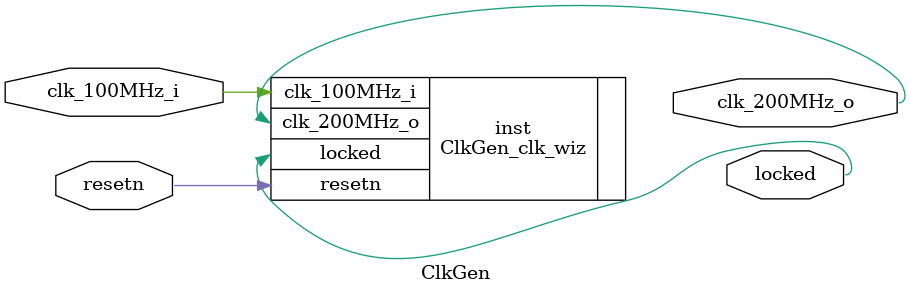
<source format=v>


`timescale 1ps/1ps

(* CORE_GENERATION_INFO = "ClkGen,clk_wiz_v6_0_1_0_0,{component_name=ClkGen,use_phase_alignment=true,use_min_o_jitter=false,use_max_i_jitter=false,use_dyn_phase_shift=false,use_inclk_switchover=false,use_dyn_reconfig=false,enable_axi=0,feedback_source=FDBK_AUTO,PRIMITIVE=MMCM,num_out_clk=1,clkin1_period=10.000,clkin2_period=10.000,use_power_down=false,use_reset=true,use_locked=true,use_inclk_stopped=false,feedback_type=SINGLE,CLOCK_MGR_TYPE=NA,manual_override=false}" *)

module ClkGen 
 (
  // Clock out ports
  output        clk_200MHz_o,
  // Status and control signals
  input         resetn,
  output        locked,
 // Clock in ports
  input         clk_100MHz_i
 );

  ClkGen_clk_wiz inst
  (
  // Clock out ports  
  .clk_200MHz_o(clk_200MHz_o),
  // Status and control signals               
  .resetn(resetn), 
  .locked(locked),
 // Clock in ports
  .clk_100MHz_i(clk_100MHz_i)
  );

endmodule

</source>
